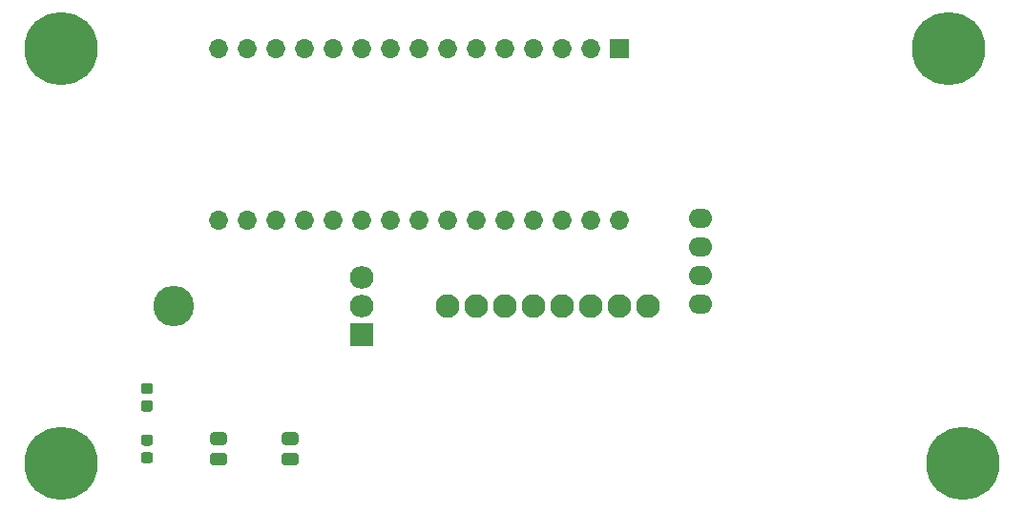
<source format=gbr>
G04 #@! TF.GenerationSoftware,KiCad,Pcbnew,(5.1.8)-1*
G04 #@! TF.CreationDate,2021-04-20T10:50:44+02:00*
G04 #@! TF.ProjectId,PB170,50423137-302e-46b6-9963-61645f706362,rev?*
G04 #@! TF.SameCoordinates,Original*
G04 #@! TF.FileFunction,Soldermask,Top*
G04 #@! TF.FilePolarity,Negative*
%FSLAX46Y46*%
G04 Gerber Fmt 4.6, Leading zero omitted, Abs format (unit mm)*
G04 Created by KiCad (PCBNEW (5.1.8)-1) date 2021-04-20 10:50:44*
%MOMM*%
%LPD*%
G01*
G04 APERTURE LIST*
%ADD10O,2.102000X2.007000*%
%ADD11O,3.602000X3.602000*%
%ADD12C,2.102000*%
%ADD13O,2.102000X1.702000*%
%ADD14O,1.702000X1.702000*%
%ADD15C,6.502000*%
G04 APERTURE END LIST*
D10*
X66040000Y-57150000D03*
X66040000Y-59690000D03*
G36*
G01*
X67040000Y-63233500D02*
X65040000Y-63233500D01*
G75*
G02*
X64989000Y-63182500I0J51000D01*
G01*
X64989000Y-61277500D01*
G75*
G02*
X65040000Y-61226500I51000J0D01*
G01*
X67040000Y-61226500D01*
G75*
G02*
X67091000Y-61277500I0J-51000D01*
G01*
X67091000Y-63182500D01*
G75*
G02*
X67040000Y-63233500I-51000J0D01*
G01*
G37*
D11*
X49380000Y-59690000D03*
D12*
X73660000Y-59690000D03*
X76200000Y-59690000D03*
X78740000Y-59690000D03*
X81280000Y-59690000D03*
X83820000Y-59690000D03*
X86360000Y-59690000D03*
X88900000Y-59690000D03*
X91440000Y-59690000D03*
G36*
G01*
X60166124Y-72041000D02*
X59213876Y-72041000D01*
G75*
G02*
X58939000Y-71766124I0J274876D01*
G01*
X58939000Y-71188876D01*
G75*
G02*
X59213876Y-70914000I274876J0D01*
G01*
X60166124Y-70914000D01*
G75*
G02*
X60441000Y-71188876I0J-274876D01*
G01*
X60441000Y-71766124D01*
G75*
G02*
X60166124Y-72041000I-274876J0D01*
G01*
G37*
G36*
G01*
X60166124Y-73866000D02*
X59213876Y-73866000D01*
G75*
G02*
X58939000Y-73591124I0J274876D01*
G01*
X58939000Y-73013876D01*
G75*
G02*
X59213876Y-72739000I274876J0D01*
G01*
X60166124Y-72739000D01*
G75*
G02*
X60441000Y-73013876I0J-274876D01*
G01*
X60441000Y-73591124D01*
G75*
G02*
X60166124Y-73866000I-274876J0D01*
G01*
G37*
G36*
G01*
X53816124Y-72041000D02*
X52863876Y-72041000D01*
G75*
G02*
X52589000Y-71766124I0J274876D01*
G01*
X52589000Y-71188876D01*
G75*
G02*
X52863876Y-70914000I274876J0D01*
G01*
X53816124Y-70914000D01*
G75*
G02*
X54091000Y-71188876I0J-274876D01*
G01*
X54091000Y-71766124D01*
G75*
G02*
X53816124Y-72041000I-274876J0D01*
G01*
G37*
G36*
G01*
X53816124Y-73866000D02*
X52863876Y-73866000D01*
G75*
G02*
X52589000Y-73591124I0J274876D01*
G01*
X52589000Y-73013876D01*
G75*
G02*
X52863876Y-72739000I274876J0D01*
G01*
X53816124Y-72739000D01*
G75*
G02*
X54091000Y-73013876I0J-274876D01*
G01*
X54091000Y-73591124D01*
G75*
G02*
X53816124Y-73866000I-274876J0D01*
G01*
G37*
G36*
G01*
X47265500Y-72116000D02*
X46714500Y-72116000D01*
G75*
G02*
X46464000Y-71865500I0J250500D01*
G01*
X46464000Y-71364500D01*
G75*
G02*
X46714500Y-71114000I250500J0D01*
G01*
X47265500Y-71114000D01*
G75*
G02*
X47516000Y-71364500I0J-250500D01*
G01*
X47516000Y-71865500D01*
G75*
G02*
X47265500Y-72116000I-250500J0D01*
G01*
G37*
G36*
G01*
X47265500Y-73666000D02*
X46714500Y-73666000D01*
G75*
G02*
X46464000Y-73415500I0J250500D01*
G01*
X46464000Y-72914500D01*
G75*
G02*
X46714500Y-72664000I250500J0D01*
G01*
X47265500Y-72664000D01*
G75*
G02*
X47516000Y-72914500I0J-250500D01*
G01*
X47516000Y-73415500D01*
G75*
G02*
X47265500Y-73666000I-250500J0D01*
G01*
G37*
G36*
G01*
X47265500Y-67531000D02*
X46714500Y-67531000D01*
G75*
G02*
X46464000Y-67280500I0J250500D01*
G01*
X46464000Y-66779500D01*
G75*
G02*
X46714500Y-66529000I250500J0D01*
G01*
X47265500Y-66529000D01*
G75*
G02*
X47516000Y-66779500I0J-250500D01*
G01*
X47516000Y-67280500D01*
G75*
G02*
X47265500Y-67531000I-250500J0D01*
G01*
G37*
G36*
G01*
X47265500Y-69081000D02*
X46714500Y-69081000D01*
G75*
G02*
X46464000Y-68830500I0J250500D01*
G01*
X46464000Y-68329500D01*
G75*
G02*
X46714500Y-68079000I250500J0D01*
G01*
X47265500Y-68079000D01*
G75*
G02*
X47516000Y-68329500I0J-250500D01*
G01*
X47516000Y-68830500D01*
G75*
G02*
X47265500Y-69081000I-250500J0D01*
G01*
G37*
D13*
X96080000Y-56960000D03*
X96080000Y-59500000D03*
X96080000Y-54420000D03*
X96080000Y-51880000D03*
D14*
X53340000Y-52070000D03*
X53340000Y-36830000D03*
X88900000Y-52070000D03*
X55880000Y-36830000D03*
X86360000Y-52070000D03*
X58420000Y-36830000D03*
X83820000Y-52070000D03*
X60960000Y-36830000D03*
X81280000Y-52070000D03*
X63500000Y-36830000D03*
X78740000Y-52070000D03*
X66040000Y-36830000D03*
X76200000Y-52070000D03*
X68580000Y-36830000D03*
X73660000Y-52070000D03*
X71120000Y-36830000D03*
X71120000Y-52070000D03*
X73660000Y-36830000D03*
X68580000Y-52070000D03*
X76200000Y-36830000D03*
X66040000Y-52070000D03*
X78740000Y-36830000D03*
X63500000Y-52070000D03*
X81280000Y-36830000D03*
X60960000Y-52070000D03*
X83820000Y-36830000D03*
X58420000Y-52070000D03*
X86360000Y-36830000D03*
X55880000Y-52070000D03*
G36*
G01*
X88100000Y-35979000D02*
X89700000Y-35979000D01*
G75*
G02*
X89751000Y-36030000I0J-51000D01*
G01*
X89751000Y-37630000D01*
G75*
G02*
X89700000Y-37681000I-51000J0D01*
G01*
X88100000Y-37681000D01*
G75*
G02*
X88049000Y-37630000I0J51000D01*
G01*
X88049000Y-36030000D01*
G75*
G02*
X88100000Y-35979000I51000J0D01*
G01*
G37*
D15*
X39370000Y-73660000D03*
X119380000Y-73660000D03*
X118110000Y-36830000D03*
X39370000Y-36830000D03*
M02*

</source>
